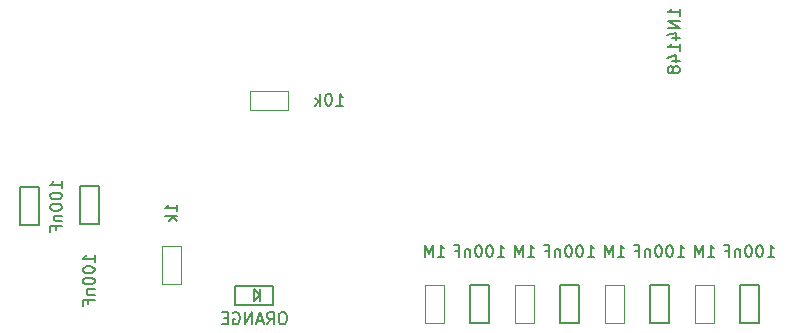
<source format=gbr>
G04 #@! TF.FileFunction,Other,Fab,Bot*
%FSLAX46Y46*%
G04 Gerber Fmt 4.6, Leading zero omitted, Abs format (unit mm)*
G04 Created by KiCad (PCBNEW 4.0.5+dfsg1-4) date Tue May 16 10:22:51 2017*
%MOMM*%
%LPD*%
G01*
G04 APERTURE LIST*
%ADD10C,0.100000*%
%ADD11C,0.150000*%
G04 APERTURE END LIST*
D10*
X81750000Y-162370000D02*
X83350000Y-162370000D01*
X81750000Y-159170000D02*
X81750000Y-162370000D01*
X83350000Y-159170000D02*
X81750000Y-159170000D01*
X83350000Y-162370000D02*
X83350000Y-159170000D01*
X89370000Y-162370000D02*
X90970000Y-162370000D01*
X89370000Y-159170000D02*
X89370000Y-162370000D01*
X90970000Y-159170000D02*
X89370000Y-159170000D01*
X90970000Y-162370000D02*
X90970000Y-159170000D01*
D11*
X85560000Y-162370000D02*
X87160000Y-162370000D01*
X85560000Y-159170000D02*
X85560000Y-162370000D01*
X87160000Y-159170000D02*
X85560000Y-159170000D01*
X87160000Y-162370000D02*
X87160000Y-159170000D01*
X93180000Y-162370000D02*
X94780000Y-162370000D01*
X93180000Y-159170000D02*
X93180000Y-162370000D01*
X94780000Y-159170000D02*
X93180000Y-159170000D01*
X94780000Y-162370000D02*
X94780000Y-159170000D01*
X100800000Y-162370000D02*
X102400000Y-162370000D01*
X100800000Y-159170000D02*
X100800000Y-162370000D01*
X102400000Y-159170000D02*
X100800000Y-159170000D01*
X102400000Y-162370000D02*
X102400000Y-159170000D01*
X108420000Y-162370000D02*
X110020000Y-162370000D01*
X108420000Y-159170000D02*
X108420000Y-162370000D01*
X110020000Y-159170000D02*
X108420000Y-159170000D01*
X110020000Y-162370000D02*
X110020000Y-159170000D01*
X54140000Y-150800000D02*
X52540000Y-150800000D01*
X54140000Y-154000000D02*
X54140000Y-150800000D01*
X52540000Y-154000000D02*
X54140000Y-154000000D01*
X52540000Y-150800000D02*
X52540000Y-154000000D01*
D10*
X96990000Y-162370000D02*
X98590000Y-162370000D01*
X96990000Y-159170000D02*
X96990000Y-162370000D01*
X98590000Y-159170000D02*
X96990000Y-159170000D01*
X98590000Y-162370000D02*
X98590000Y-159170000D01*
X104610000Y-162370000D02*
X106210000Y-162370000D01*
X104610000Y-159170000D02*
X104610000Y-162370000D01*
X106210000Y-159170000D02*
X104610000Y-159170000D01*
X106210000Y-162370000D02*
X106210000Y-159170000D01*
X59525000Y-159080000D02*
X61125000Y-159080000D01*
X59525000Y-155880000D02*
X59525000Y-159080000D01*
X61125000Y-155880000D02*
X59525000Y-155880000D01*
X61125000Y-159080000D02*
X61125000Y-155880000D01*
X70180000Y-144310000D02*
X70180000Y-142710000D01*
X66980000Y-144310000D02*
X70180000Y-144310000D01*
X66980000Y-142710000D02*
X66980000Y-144310000D01*
X70180000Y-142710000D02*
X66980000Y-142710000D01*
D11*
X67810000Y-159520000D02*
X67810000Y-160520000D01*
X67810000Y-160020000D02*
X67310000Y-159520000D01*
X67310000Y-160520000D02*
X67810000Y-160020000D01*
X67310000Y-159520000D02*
X67310000Y-160520000D01*
X68910000Y-160820000D02*
X68910000Y-159220000D01*
X65710000Y-160820000D02*
X68910000Y-160820000D01*
X65710000Y-159220000D02*
X65710000Y-160820000D01*
X68910000Y-159220000D02*
X65710000Y-159220000D01*
X49060000Y-150895000D02*
X47460000Y-150895000D01*
X49060000Y-154095000D02*
X49060000Y-150895000D01*
X47460000Y-154095000D02*
X49060000Y-154095000D01*
X47460000Y-150895000D02*
X47460000Y-154095000D01*
X82835714Y-156777381D02*
X83407143Y-156777381D01*
X83121429Y-156777381D02*
X83121429Y-155777381D01*
X83216667Y-155920238D01*
X83311905Y-156015476D01*
X83407143Y-156063095D01*
X82407143Y-156777381D02*
X82407143Y-155777381D01*
X82073809Y-156491667D01*
X81740476Y-155777381D01*
X81740476Y-156777381D01*
X90455714Y-156777381D02*
X91027143Y-156777381D01*
X90741429Y-156777381D02*
X90741429Y-155777381D01*
X90836667Y-155920238D01*
X90931905Y-156015476D01*
X91027143Y-156063095D01*
X90027143Y-156777381D02*
X90027143Y-155777381D01*
X89693809Y-156491667D01*
X89360476Y-155777381D01*
X89360476Y-156777381D01*
X87907619Y-156777381D02*
X88479048Y-156777381D01*
X88193334Y-156777381D02*
X88193334Y-155777381D01*
X88288572Y-155920238D01*
X88383810Y-156015476D01*
X88479048Y-156063095D01*
X87288572Y-155777381D02*
X87193333Y-155777381D01*
X87098095Y-155825000D01*
X87050476Y-155872619D01*
X87002857Y-155967857D01*
X86955238Y-156158333D01*
X86955238Y-156396429D01*
X87002857Y-156586905D01*
X87050476Y-156682143D01*
X87098095Y-156729762D01*
X87193333Y-156777381D01*
X87288572Y-156777381D01*
X87383810Y-156729762D01*
X87431429Y-156682143D01*
X87479048Y-156586905D01*
X87526667Y-156396429D01*
X87526667Y-156158333D01*
X87479048Y-155967857D01*
X87431429Y-155872619D01*
X87383810Y-155825000D01*
X87288572Y-155777381D01*
X86336191Y-155777381D02*
X86240952Y-155777381D01*
X86145714Y-155825000D01*
X86098095Y-155872619D01*
X86050476Y-155967857D01*
X86002857Y-156158333D01*
X86002857Y-156396429D01*
X86050476Y-156586905D01*
X86098095Y-156682143D01*
X86145714Y-156729762D01*
X86240952Y-156777381D01*
X86336191Y-156777381D01*
X86431429Y-156729762D01*
X86479048Y-156682143D01*
X86526667Y-156586905D01*
X86574286Y-156396429D01*
X86574286Y-156158333D01*
X86526667Y-155967857D01*
X86479048Y-155872619D01*
X86431429Y-155825000D01*
X86336191Y-155777381D01*
X85574286Y-156110714D02*
X85574286Y-156777381D01*
X85574286Y-156205952D02*
X85526667Y-156158333D01*
X85431429Y-156110714D01*
X85288571Y-156110714D01*
X85193333Y-156158333D01*
X85145714Y-156253571D01*
X85145714Y-156777381D01*
X84336190Y-156253571D02*
X84669524Y-156253571D01*
X84669524Y-156777381D02*
X84669524Y-155777381D01*
X84193333Y-155777381D01*
X95527619Y-156777381D02*
X96099048Y-156777381D01*
X95813334Y-156777381D02*
X95813334Y-155777381D01*
X95908572Y-155920238D01*
X96003810Y-156015476D01*
X96099048Y-156063095D01*
X94908572Y-155777381D02*
X94813333Y-155777381D01*
X94718095Y-155825000D01*
X94670476Y-155872619D01*
X94622857Y-155967857D01*
X94575238Y-156158333D01*
X94575238Y-156396429D01*
X94622857Y-156586905D01*
X94670476Y-156682143D01*
X94718095Y-156729762D01*
X94813333Y-156777381D01*
X94908572Y-156777381D01*
X95003810Y-156729762D01*
X95051429Y-156682143D01*
X95099048Y-156586905D01*
X95146667Y-156396429D01*
X95146667Y-156158333D01*
X95099048Y-155967857D01*
X95051429Y-155872619D01*
X95003810Y-155825000D01*
X94908572Y-155777381D01*
X93956191Y-155777381D02*
X93860952Y-155777381D01*
X93765714Y-155825000D01*
X93718095Y-155872619D01*
X93670476Y-155967857D01*
X93622857Y-156158333D01*
X93622857Y-156396429D01*
X93670476Y-156586905D01*
X93718095Y-156682143D01*
X93765714Y-156729762D01*
X93860952Y-156777381D01*
X93956191Y-156777381D01*
X94051429Y-156729762D01*
X94099048Y-156682143D01*
X94146667Y-156586905D01*
X94194286Y-156396429D01*
X94194286Y-156158333D01*
X94146667Y-155967857D01*
X94099048Y-155872619D01*
X94051429Y-155825000D01*
X93956191Y-155777381D01*
X93194286Y-156110714D02*
X93194286Y-156777381D01*
X93194286Y-156205952D02*
X93146667Y-156158333D01*
X93051429Y-156110714D01*
X92908571Y-156110714D01*
X92813333Y-156158333D01*
X92765714Y-156253571D01*
X92765714Y-156777381D01*
X91956190Y-156253571D02*
X92289524Y-156253571D01*
X92289524Y-156777381D02*
X92289524Y-155777381D01*
X91813333Y-155777381D01*
X103147619Y-156777381D02*
X103719048Y-156777381D01*
X103433334Y-156777381D02*
X103433334Y-155777381D01*
X103528572Y-155920238D01*
X103623810Y-156015476D01*
X103719048Y-156063095D01*
X102528572Y-155777381D02*
X102433333Y-155777381D01*
X102338095Y-155825000D01*
X102290476Y-155872619D01*
X102242857Y-155967857D01*
X102195238Y-156158333D01*
X102195238Y-156396429D01*
X102242857Y-156586905D01*
X102290476Y-156682143D01*
X102338095Y-156729762D01*
X102433333Y-156777381D01*
X102528572Y-156777381D01*
X102623810Y-156729762D01*
X102671429Y-156682143D01*
X102719048Y-156586905D01*
X102766667Y-156396429D01*
X102766667Y-156158333D01*
X102719048Y-155967857D01*
X102671429Y-155872619D01*
X102623810Y-155825000D01*
X102528572Y-155777381D01*
X101576191Y-155777381D02*
X101480952Y-155777381D01*
X101385714Y-155825000D01*
X101338095Y-155872619D01*
X101290476Y-155967857D01*
X101242857Y-156158333D01*
X101242857Y-156396429D01*
X101290476Y-156586905D01*
X101338095Y-156682143D01*
X101385714Y-156729762D01*
X101480952Y-156777381D01*
X101576191Y-156777381D01*
X101671429Y-156729762D01*
X101719048Y-156682143D01*
X101766667Y-156586905D01*
X101814286Y-156396429D01*
X101814286Y-156158333D01*
X101766667Y-155967857D01*
X101719048Y-155872619D01*
X101671429Y-155825000D01*
X101576191Y-155777381D01*
X100814286Y-156110714D02*
X100814286Y-156777381D01*
X100814286Y-156205952D02*
X100766667Y-156158333D01*
X100671429Y-156110714D01*
X100528571Y-156110714D01*
X100433333Y-156158333D01*
X100385714Y-156253571D01*
X100385714Y-156777381D01*
X99576190Y-156253571D02*
X99909524Y-156253571D01*
X99909524Y-156777381D02*
X99909524Y-155777381D01*
X99433333Y-155777381D01*
X110767619Y-156777381D02*
X111339048Y-156777381D01*
X111053334Y-156777381D02*
X111053334Y-155777381D01*
X111148572Y-155920238D01*
X111243810Y-156015476D01*
X111339048Y-156063095D01*
X110148572Y-155777381D02*
X110053333Y-155777381D01*
X109958095Y-155825000D01*
X109910476Y-155872619D01*
X109862857Y-155967857D01*
X109815238Y-156158333D01*
X109815238Y-156396429D01*
X109862857Y-156586905D01*
X109910476Y-156682143D01*
X109958095Y-156729762D01*
X110053333Y-156777381D01*
X110148572Y-156777381D01*
X110243810Y-156729762D01*
X110291429Y-156682143D01*
X110339048Y-156586905D01*
X110386667Y-156396429D01*
X110386667Y-156158333D01*
X110339048Y-155967857D01*
X110291429Y-155872619D01*
X110243810Y-155825000D01*
X110148572Y-155777381D01*
X109196191Y-155777381D02*
X109100952Y-155777381D01*
X109005714Y-155825000D01*
X108958095Y-155872619D01*
X108910476Y-155967857D01*
X108862857Y-156158333D01*
X108862857Y-156396429D01*
X108910476Y-156586905D01*
X108958095Y-156682143D01*
X109005714Y-156729762D01*
X109100952Y-156777381D01*
X109196191Y-156777381D01*
X109291429Y-156729762D01*
X109339048Y-156682143D01*
X109386667Y-156586905D01*
X109434286Y-156396429D01*
X109434286Y-156158333D01*
X109386667Y-155967857D01*
X109339048Y-155872619D01*
X109291429Y-155825000D01*
X109196191Y-155777381D01*
X108434286Y-156110714D02*
X108434286Y-156777381D01*
X108434286Y-156205952D02*
X108386667Y-156158333D01*
X108291429Y-156110714D01*
X108148571Y-156110714D01*
X108053333Y-156158333D01*
X108005714Y-156253571D01*
X108005714Y-156777381D01*
X107196190Y-156253571D02*
X107529524Y-156253571D01*
X107529524Y-156777381D02*
X107529524Y-155777381D01*
X107053333Y-155777381D01*
X53792381Y-157202381D02*
X53792381Y-156630952D01*
X53792381Y-156916666D02*
X52792381Y-156916666D01*
X52935238Y-156821428D01*
X53030476Y-156726190D01*
X53078095Y-156630952D01*
X52792381Y-157821428D02*
X52792381Y-157916667D01*
X52840000Y-158011905D01*
X52887619Y-158059524D01*
X52982857Y-158107143D01*
X53173333Y-158154762D01*
X53411429Y-158154762D01*
X53601905Y-158107143D01*
X53697143Y-158059524D01*
X53744762Y-158011905D01*
X53792381Y-157916667D01*
X53792381Y-157821428D01*
X53744762Y-157726190D01*
X53697143Y-157678571D01*
X53601905Y-157630952D01*
X53411429Y-157583333D01*
X53173333Y-157583333D01*
X52982857Y-157630952D01*
X52887619Y-157678571D01*
X52840000Y-157726190D01*
X52792381Y-157821428D01*
X52792381Y-158773809D02*
X52792381Y-158869048D01*
X52840000Y-158964286D01*
X52887619Y-159011905D01*
X52982857Y-159059524D01*
X53173333Y-159107143D01*
X53411429Y-159107143D01*
X53601905Y-159059524D01*
X53697143Y-159011905D01*
X53744762Y-158964286D01*
X53792381Y-158869048D01*
X53792381Y-158773809D01*
X53744762Y-158678571D01*
X53697143Y-158630952D01*
X53601905Y-158583333D01*
X53411429Y-158535714D01*
X53173333Y-158535714D01*
X52982857Y-158583333D01*
X52887619Y-158630952D01*
X52840000Y-158678571D01*
X52792381Y-158773809D01*
X53125714Y-159535714D02*
X53792381Y-159535714D01*
X53220952Y-159535714D02*
X53173333Y-159583333D01*
X53125714Y-159678571D01*
X53125714Y-159821429D01*
X53173333Y-159916667D01*
X53268571Y-159964286D01*
X53792381Y-159964286D01*
X53268571Y-160773810D02*
X53268571Y-160440476D01*
X53792381Y-160440476D02*
X52792381Y-160440476D01*
X52792381Y-160916667D01*
X98075714Y-156777381D02*
X98647143Y-156777381D01*
X98361429Y-156777381D02*
X98361429Y-155777381D01*
X98456667Y-155920238D01*
X98551905Y-156015476D01*
X98647143Y-156063095D01*
X97647143Y-156777381D02*
X97647143Y-155777381D01*
X97313809Y-156491667D01*
X96980476Y-155777381D01*
X96980476Y-156777381D01*
X105695714Y-156777381D02*
X106267143Y-156777381D01*
X105981429Y-156777381D02*
X105981429Y-155777381D01*
X106076667Y-155920238D01*
X106171905Y-156015476D01*
X106267143Y-156063095D01*
X105267143Y-156777381D02*
X105267143Y-155777381D01*
X104933809Y-156491667D01*
X104600476Y-155777381D01*
X104600476Y-156777381D01*
X60777381Y-152915953D02*
X60777381Y-152344524D01*
X60777381Y-152630238D02*
X59777381Y-152630238D01*
X59920238Y-152535000D01*
X60015476Y-152439762D01*
X60063095Y-152344524D01*
X60777381Y-153344524D02*
X59777381Y-153344524D01*
X60396429Y-153439762D02*
X60777381Y-153725477D01*
X60110714Y-153725477D02*
X60491667Y-153344524D01*
X74255238Y-143962381D02*
X74826667Y-143962381D01*
X74540953Y-143962381D02*
X74540953Y-142962381D01*
X74636191Y-143105238D01*
X74731429Y-143200476D01*
X74826667Y-143248095D01*
X73636191Y-142962381D02*
X73540952Y-142962381D01*
X73445714Y-143010000D01*
X73398095Y-143057619D01*
X73350476Y-143152857D01*
X73302857Y-143343333D01*
X73302857Y-143581429D01*
X73350476Y-143771905D01*
X73398095Y-143867143D01*
X73445714Y-143914762D01*
X73540952Y-143962381D01*
X73636191Y-143962381D01*
X73731429Y-143914762D01*
X73779048Y-143867143D01*
X73826667Y-143771905D01*
X73874286Y-143581429D01*
X73874286Y-143343333D01*
X73826667Y-143152857D01*
X73779048Y-143057619D01*
X73731429Y-143010000D01*
X73636191Y-142962381D01*
X72874286Y-143962381D02*
X72874286Y-142962381D01*
X72779048Y-143581429D02*
X72493333Y-143962381D01*
X72493333Y-143295714D02*
X72874286Y-143676667D01*
X69810000Y-161472381D02*
X69619523Y-161472381D01*
X69524285Y-161520000D01*
X69429047Y-161615238D01*
X69381428Y-161805714D01*
X69381428Y-162139048D01*
X69429047Y-162329524D01*
X69524285Y-162424762D01*
X69619523Y-162472381D01*
X69810000Y-162472381D01*
X69905238Y-162424762D01*
X70000476Y-162329524D01*
X70048095Y-162139048D01*
X70048095Y-161805714D01*
X70000476Y-161615238D01*
X69905238Y-161520000D01*
X69810000Y-161472381D01*
X68381428Y-162472381D02*
X68714762Y-161996190D01*
X68952857Y-162472381D02*
X68952857Y-161472381D01*
X68571904Y-161472381D01*
X68476666Y-161520000D01*
X68429047Y-161567619D01*
X68381428Y-161662857D01*
X68381428Y-161805714D01*
X68429047Y-161900952D01*
X68476666Y-161948571D01*
X68571904Y-161996190D01*
X68952857Y-161996190D01*
X68000476Y-162186667D02*
X67524285Y-162186667D01*
X68095714Y-162472381D02*
X67762381Y-161472381D01*
X67429047Y-162472381D01*
X67095714Y-162472381D02*
X67095714Y-161472381D01*
X66524285Y-162472381D01*
X66524285Y-161472381D01*
X65524285Y-161520000D02*
X65619523Y-161472381D01*
X65762380Y-161472381D01*
X65905238Y-161520000D01*
X66000476Y-161615238D01*
X66048095Y-161710476D01*
X66095714Y-161900952D01*
X66095714Y-162043810D01*
X66048095Y-162234286D01*
X66000476Y-162329524D01*
X65905238Y-162424762D01*
X65762380Y-162472381D01*
X65667142Y-162472381D01*
X65524285Y-162424762D01*
X65476666Y-162377143D01*
X65476666Y-162043810D01*
X65667142Y-162043810D01*
X65048095Y-161948571D02*
X64714761Y-161948571D01*
X64571904Y-162472381D02*
X65048095Y-162472381D01*
X65048095Y-161472381D01*
X64571904Y-161472381D01*
X103322381Y-136357143D02*
X103322381Y-135785714D01*
X103322381Y-136071428D02*
X102322381Y-136071428D01*
X102465238Y-135976190D01*
X102560476Y-135880952D01*
X102608095Y-135785714D01*
X103322381Y-136785714D02*
X102322381Y-136785714D01*
X103322381Y-137357143D01*
X102322381Y-137357143D01*
X102655714Y-138261905D02*
X103322381Y-138261905D01*
X102274762Y-138023809D02*
X102989048Y-137785714D01*
X102989048Y-138404762D01*
X103322381Y-139309524D02*
X103322381Y-138738095D01*
X103322381Y-139023809D02*
X102322381Y-139023809D01*
X102465238Y-138928571D01*
X102560476Y-138833333D01*
X102608095Y-138738095D01*
X102655714Y-140166667D02*
X103322381Y-140166667D01*
X102274762Y-139928571D02*
X102989048Y-139690476D01*
X102989048Y-140309524D01*
X102750952Y-140833333D02*
X102703333Y-140738095D01*
X102655714Y-140690476D01*
X102560476Y-140642857D01*
X102512857Y-140642857D01*
X102417619Y-140690476D01*
X102370000Y-140738095D01*
X102322381Y-140833333D01*
X102322381Y-141023810D01*
X102370000Y-141119048D01*
X102417619Y-141166667D01*
X102512857Y-141214286D01*
X102560476Y-141214286D01*
X102655714Y-141166667D01*
X102703333Y-141119048D01*
X102750952Y-141023810D01*
X102750952Y-140833333D01*
X102798571Y-140738095D01*
X102846190Y-140690476D01*
X102941429Y-140642857D01*
X103131905Y-140642857D01*
X103227143Y-140690476D01*
X103274762Y-140738095D01*
X103322381Y-140833333D01*
X103322381Y-141023810D01*
X103274762Y-141119048D01*
X103227143Y-141166667D01*
X103131905Y-141214286D01*
X102941429Y-141214286D01*
X102846190Y-141166667D01*
X102798571Y-141119048D01*
X102750952Y-141023810D01*
X51012381Y-150947381D02*
X51012381Y-150375952D01*
X51012381Y-150661666D02*
X50012381Y-150661666D01*
X50155238Y-150566428D01*
X50250476Y-150471190D01*
X50298095Y-150375952D01*
X50012381Y-151566428D02*
X50012381Y-151661667D01*
X50060000Y-151756905D01*
X50107619Y-151804524D01*
X50202857Y-151852143D01*
X50393333Y-151899762D01*
X50631429Y-151899762D01*
X50821905Y-151852143D01*
X50917143Y-151804524D01*
X50964762Y-151756905D01*
X51012381Y-151661667D01*
X51012381Y-151566428D01*
X50964762Y-151471190D01*
X50917143Y-151423571D01*
X50821905Y-151375952D01*
X50631429Y-151328333D01*
X50393333Y-151328333D01*
X50202857Y-151375952D01*
X50107619Y-151423571D01*
X50060000Y-151471190D01*
X50012381Y-151566428D01*
X50012381Y-152518809D02*
X50012381Y-152614048D01*
X50060000Y-152709286D01*
X50107619Y-152756905D01*
X50202857Y-152804524D01*
X50393333Y-152852143D01*
X50631429Y-152852143D01*
X50821905Y-152804524D01*
X50917143Y-152756905D01*
X50964762Y-152709286D01*
X51012381Y-152614048D01*
X51012381Y-152518809D01*
X50964762Y-152423571D01*
X50917143Y-152375952D01*
X50821905Y-152328333D01*
X50631429Y-152280714D01*
X50393333Y-152280714D01*
X50202857Y-152328333D01*
X50107619Y-152375952D01*
X50060000Y-152423571D01*
X50012381Y-152518809D01*
X50345714Y-153280714D02*
X51012381Y-153280714D01*
X50440952Y-153280714D02*
X50393333Y-153328333D01*
X50345714Y-153423571D01*
X50345714Y-153566429D01*
X50393333Y-153661667D01*
X50488571Y-153709286D01*
X51012381Y-153709286D01*
X50488571Y-154518810D02*
X50488571Y-154185476D01*
X51012381Y-154185476D02*
X50012381Y-154185476D01*
X50012381Y-154661667D01*
M02*

</source>
